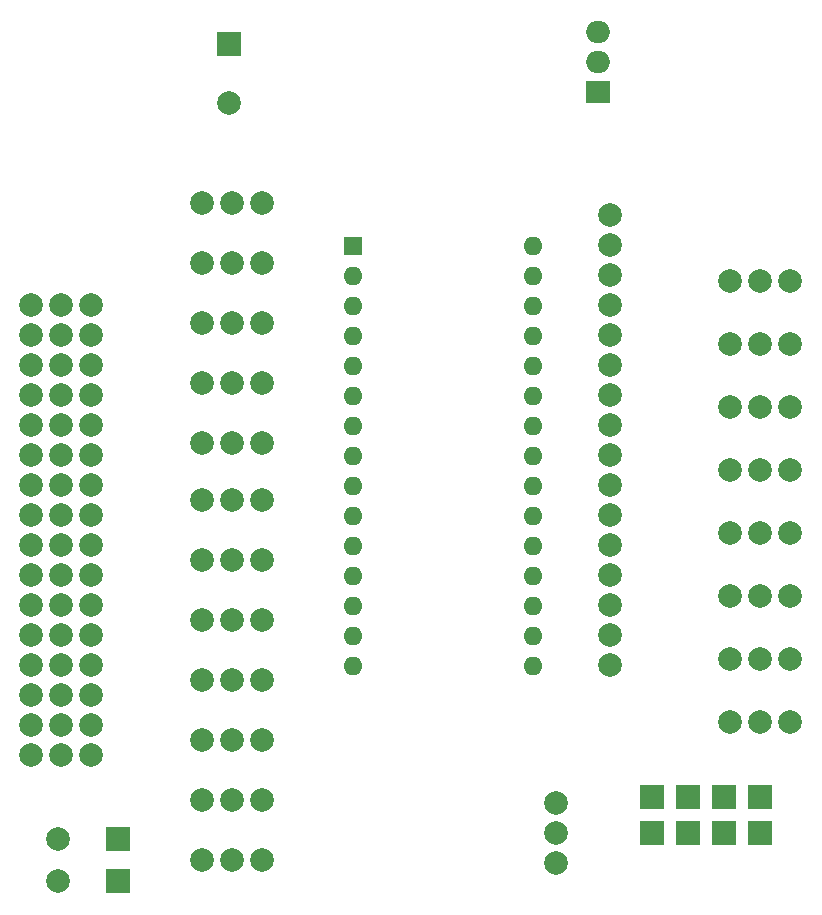
<source format=gbr>
%TF.GenerationSoftware,KiCad,Pcbnew,(5.1.6)-1*%
%TF.CreationDate,2020-11-22T17:12:52+01:00*%
%TF.ProjectId,NANOV4,4e414e4f-5634-42e6-9b69-6361645f7063,rev?*%
%TF.SameCoordinates,Original*%
%TF.FileFunction,Soldermask,Bot*%
%TF.FilePolarity,Negative*%
%FSLAX46Y46*%
G04 Gerber Fmt 4.6, Leading zero omitted, Abs format (unit mm)*
G04 Created by KiCad (PCBNEW (5.1.6)-1) date 2020-11-22 17:12:52*
%MOMM*%
%LPD*%
G01*
G04 APERTURE LIST*
%ADD10R,2.000000X2.000000*%
%ADD11R,2.000000X1.905000*%
%ADD12O,2.000000X1.905000*%
%ADD13C,2.000000*%
%ADD14R,1.600000X1.600000*%
%ADD15O,1.600000X1.600000*%
G04 APERTURE END LIST*
D10*
%TO.C,LP*%
X167386000Y-112522000D03*
%TD*%
%TO.C,LP*%
X167386000Y-115570000D03*
%TD*%
%TO.C,LP*%
X164338000Y-115570000D03*
%TD*%
%TO.C,LP*%
X161290000Y-115570000D03*
%TD*%
%TO.C,LP*%
X158242000Y-115570000D03*
%TD*%
%TO.C,LP*%
X164338000Y-112522000D03*
%TD*%
%TO.C,LP*%
X161290000Y-112522000D03*
%TD*%
%TO.C,LP*%
X158242000Y-112522000D03*
%TD*%
D11*
%TO.C,U1*%
X153670000Y-52832000D03*
D12*
X153670000Y-50292000D03*
X153670000Y-47752000D03*
%TD*%
D13*
%TO.C,J3*%
X110744000Y-108966000D03*
X110744000Y-106426000D03*
X110744000Y-103886000D03*
X110744000Y-101346000D03*
X110744000Y-98806000D03*
X110744000Y-96266000D03*
X110744000Y-93726000D03*
X110744000Y-91186000D03*
X110744000Y-88646000D03*
X110744000Y-86106000D03*
X110744000Y-83566000D03*
X110744000Y-81026000D03*
X110744000Y-78486000D03*
X110744000Y-75946000D03*
X110744000Y-73406000D03*
X110744000Y-70866000D03*
%TD*%
D14*
%TO.C,IC1*%
X132873001Y-65807001D03*
D15*
X148113001Y-98827001D03*
X132873001Y-68347001D03*
X148113001Y-96287001D03*
X132873001Y-70887001D03*
X148113001Y-93747001D03*
X132873001Y-73427001D03*
X148113001Y-91207001D03*
X132873001Y-75967001D03*
X148113001Y-88667001D03*
X132873001Y-78507001D03*
X148113001Y-86127001D03*
X132873001Y-81047001D03*
X148113001Y-83587001D03*
X132873001Y-83587001D03*
X148113001Y-81047001D03*
X132873001Y-86127001D03*
X148113001Y-78507001D03*
X132873001Y-88667001D03*
X148113001Y-75967001D03*
X132873001Y-91207001D03*
X148113001Y-73427001D03*
X132873001Y-93747001D03*
X148113001Y-70887001D03*
X132873001Y-96287001D03*
X148113001Y-68347001D03*
X132873001Y-98827001D03*
X148113001Y-65807001D03*
X132873001Y-101367001D03*
X148113001Y-101367001D03*
%TD*%
D10*
%TO.C,C1*%
X122428000Y-48768000D03*
D13*
X122428000Y-53768000D03*
%TD*%
%TO.C,J1*%
X105664000Y-70866000D03*
X105664000Y-73406000D03*
X105664000Y-75946000D03*
X105664000Y-78486000D03*
X105664000Y-81026000D03*
X105664000Y-83566000D03*
X105664000Y-86106000D03*
X105664000Y-88646000D03*
X105664000Y-91186000D03*
X105664000Y-93726000D03*
X105664000Y-96266000D03*
X105664000Y-98806000D03*
X105664000Y-101346000D03*
X105664000Y-103886000D03*
X105664000Y-106426000D03*
X105664000Y-108966000D03*
%TD*%
%TO.C,J2*%
X108204000Y-108966000D03*
X108204000Y-106426000D03*
X108204000Y-103886000D03*
X108204000Y-101346000D03*
X108204000Y-98806000D03*
X108204000Y-96266000D03*
X108204000Y-93726000D03*
X108204000Y-91186000D03*
X108204000Y-88646000D03*
X108204000Y-86106000D03*
X108204000Y-83566000D03*
X108204000Y-81026000D03*
X108204000Y-78486000D03*
X108204000Y-75946000D03*
X108204000Y-73406000D03*
X108204000Y-70866000D03*
%TD*%
%TO.C,J4*%
X154686000Y-101346000D03*
X154686000Y-98806000D03*
X154686000Y-96266000D03*
X154686000Y-93726000D03*
X154686000Y-91186000D03*
X154686000Y-88646000D03*
X154686000Y-86106000D03*
X154686000Y-83566000D03*
X154686000Y-81026000D03*
X154686000Y-78486000D03*
X154686000Y-75946000D03*
X154686000Y-73406000D03*
X154686000Y-70866000D03*
X154686000Y-68326000D03*
X154686000Y-65786000D03*
X154686000Y-63246000D03*
%TD*%
%TO.C,S1*%
X150114000Y-118110000D03*
X150114000Y-115570000D03*
X150114000Y-113030000D03*
%TD*%
%TO.C,U3*%
X107950000Y-119634000D03*
D10*
X113030000Y-119634000D03*
%TD*%
D13*
%TO.C,A0*%
X164846000Y-106172000D03*
X167386000Y-106172000D03*
X169926000Y-106172000D03*
%TD*%
%TO.C,A1*%
X169926000Y-100838000D03*
X167386000Y-100838000D03*
X164846000Y-100838000D03*
%TD*%
%TO.C,A2*%
X164846000Y-95504000D03*
X167386000Y-95504000D03*
X169926000Y-95504000D03*
%TD*%
%TO.C,A3*%
X169926000Y-90170000D03*
X167386000Y-90170000D03*
X164846000Y-90170000D03*
%TD*%
%TO.C,A4*%
X164846000Y-84836000D03*
X167386000Y-84836000D03*
X169926000Y-84836000D03*
%TD*%
%TO.C,A5*%
X169926000Y-79502000D03*
X167386000Y-79502000D03*
X164846000Y-79502000D03*
%TD*%
%TO.C,A6*%
X164846000Y-74168000D03*
X167386000Y-74168000D03*
X169926000Y-74168000D03*
%TD*%
%TO.C,A7*%
X169926000Y-68834000D03*
X167386000Y-68834000D03*
X164846000Y-68834000D03*
%TD*%
%TO.C,U3*%
X107950000Y-116078000D03*
D10*
X113030000Y-116078000D03*
%TD*%
D13*
%TO.C,D2*%
X125222000Y-62230000D03*
X122682000Y-62230000D03*
X120142000Y-62230000D03*
%TD*%
%TO.C,D3*%
X120142000Y-67310000D03*
X122682000Y-67310000D03*
X125222000Y-67310000D03*
%TD*%
%TO.C,D4*%
X125222000Y-72390000D03*
X122682000Y-72390000D03*
X120142000Y-72390000D03*
%TD*%
%TO.C,D5*%
X125222000Y-77470000D03*
X122682000Y-77470000D03*
X120142000Y-77470000D03*
%TD*%
%TO.C,D6*%
X120142000Y-82550000D03*
X122682000Y-82550000D03*
X125222000Y-82550000D03*
%TD*%
%TO.C,D7*%
X125222000Y-87376000D03*
X122682000Y-87376000D03*
X120142000Y-87376000D03*
%TD*%
%TO.C,D8*%
X120142000Y-92456000D03*
X122682000Y-92456000D03*
X125222000Y-92456000D03*
%TD*%
%TO.C,D9*%
X125222000Y-97536000D03*
X122682000Y-97536000D03*
X120142000Y-97536000D03*
%TD*%
%TO.C,D10*%
X120142000Y-102616000D03*
X122682000Y-102616000D03*
X125222000Y-102616000D03*
%TD*%
%TO.C,D11*%
X125222000Y-107696000D03*
X122682000Y-107696000D03*
X120142000Y-107696000D03*
%TD*%
%TO.C,D12*%
X120142000Y-112776000D03*
X122682000Y-112776000D03*
X125222000Y-112776000D03*
%TD*%
%TO.C,D13*%
X120142000Y-117856000D03*
X122682000Y-117856000D03*
X125222000Y-117856000D03*
%TD*%
M02*

</source>
